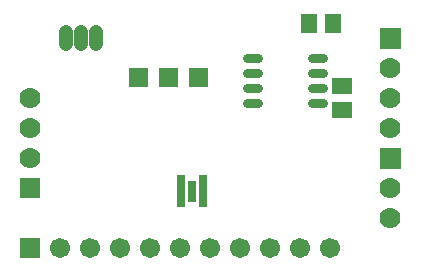
<source format=gts>
G04 Layer: TopSolderMaskLayer*
G04 EasyEDA v6.3.22, 2020-04-13T19:48:14+03:00*
G04 c1887ebba72c451f92d8c784103bdae8,b00fa10de7d64fab8ce431aff4cbea96,10*
G04 Gerber Generator version 0.2*
G04 Scale: 100 percent, Rotated: No, Reflected: No *
G04 Dimensions in inches *
G04 leading zeros omitted , absolute positions ,2 integer and 4 decimal *
%FSLAX24Y24*%
%MOIN*%
G90*
G70D02*

%ADD40C,0.031622*%
%ADD41C,0.047370*%
%ADD46C,0.070000*%
%ADD47R,0.070000X0.070000*%
%ADD48C,0.067000*%

%LPD*%
G54D40*
G01X8202Y6950D02*
G01X7840Y6950D01*
G01X8202Y6450D02*
G01X7840Y6450D01*
G01X8202Y5950D02*
G01X7840Y5950D01*
G01X8202Y5450D02*
G01X7840Y5450D01*
G01X10359Y6950D02*
G01X9997Y6950D01*
G01X10359Y6450D02*
G01X9997Y6450D01*
G01X10359Y5950D02*
G01X9997Y5950D01*
G01X10359Y5450D02*
G01X9997Y5450D01*
G54D41*
G01X2800Y7796D02*
G01X2800Y7403D01*
G01X2300Y7796D02*
G01X2300Y7403D01*
G01X1800Y7796D02*
G01X1800Y7403D01*
G36*
G01X9631Y7771D02*
G01X9631Y8428D01*
G01X10168Y8428D01*
G01X10168Y7771D01*
G01X9631Y7771D01*
G37*
G36*
G01X10431Y7771D02*
G01X10431Y8428D01*
G01X10968Y8428D01*
G01X10968Y7771D01*
G01X10431Y7771D01*
G37*
G36*
G01X6235Y1967D02*
G01X6235Y3032D01*
G01X6511Y3032D01*
G01X6511Y1967D01*
G01X6235Y1967D01*
G37*
G36*
G01X5861Y2144D02*
G01X5861Y2855D01*
G01X6138Y2855D01*
G01X6138Y2144D01*
G01X5861Y2144D01*
G37*
G36*
G01X5488Y1967D02*
G01X5488Y3032D01*
G01X5764Y3032D01*
G01X5764Y1967D01*
G01X5488Y1967D01*
G37*
G36*
G01X10671Y5732D02*
G01X10671Y6267D01*
G01X11328Y6267D01*
G01X11328Y5732D01*
G01X10671Y5732D01*
G37*
G36*
G01X10671Y4932D02*
G01X10671Y5467D01*
G01X11328Y5467D01*
G01X11328Y4932D01*
G01X10671Y4932D01*
G37*
G54D46*
G01X12600Y1600D03*
G01X12600Y2600D03*
G36*
G01X12250Y3250D02*
G01X12250Y3950D01*
G01X12950Y3950D01*
G01X12950Y3250D01*
G01X12250Y3250D01*
G37*
G36*
G01X12250Y7250D02*
G01X12250Y7950D01*
G01X12950Y7950D01*
G01X12950Y7250D01*
G01X12250Y7250D01*
G37*
G01X12600Y6600D03*
G01X12600Y5600D03*
G01X12600Y4600D03*
G54D48*
G01X10600Y600D03*
G01X9600Y600D03*
G01X8600Y600D03*
G01X7600Y600D03*
G01X6600Y600D03*
G01X5600Y600D03*
G01X4600Y600D03*
G01X3600Y600D03*
G01X2600Y600D03*
G01X1600Y600D03*
G36*
G01X265Y265D02*
G01X265Y934D01*
G01X934Y934D01*
G01X934Y265D01*
G01X265Y265D01*
G37*
G54D47*
G01X600Y2600D03*
G54D46*
G01X600Y3600D03*
G01X600Y4600D03*
G01X600Y5600D03*
G36*
G01X5884Y5984D02*
G01X5884Y6615D01*
G01X6515Y6615D01*
G01X6515Y5984D01*
G01X5884Y5984D01*
G37*
G36*
G01X3884Y5984D02*
G01X3884Y6615D01*
G01X4515Y6615D01*
G01X4515Y5984D01*
G01X3884Y5984D01*
G37*
G36*
G01X4884Y5984D02*
G01X4884Y6615D01*
G01X5515Y6615D01*
G01X5515Y5984D01*
G01X4884Y5984D01*
G37*
M00*
M02*

</source>
